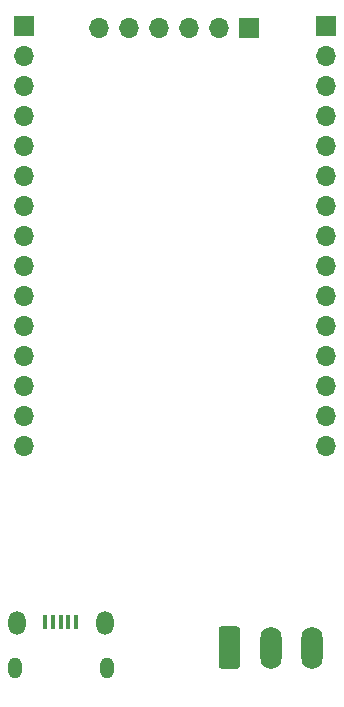
<source format=gbr>
%TF.GenerationSoftware,KiCad,Pcbnew,(5.1.9)-1*%
%TF.CreationDate,2021-02-10T21:10:38+00:00*%
%TF.ProjectId,SD_FSEQ,53445f46-5345-4512-9e6b-696361645f70,rev?*%
%TF.SameCoordinates,Original*%
%TF.FileFunction,Soldermask,Top*%
%TF.FilePolarity,Negative*%
%FSLAX46Y46*%
G04 Gerber Fmt 4.6, Leading zero omitted, Abs format (unit mm)*
G04 Created by KiCad (PCBNEW (5.1.9)-1) date 2021-02-10 21:10:38*
%MOMM*%
%LPD*%
G01*
G04 APERTURE LIST*
%ADD10O,1.150000X1.800000*%
%ADD11O,1.450000X2.000000*%
%ADD12R,0.450000X1.300000*%
%ADD13O,1.800000X3.600000*%
%ADD14O,1.700000X1.700000*%
%ADD15R,1.700000X1.700000*%
G04 APERTURE END LIST*
D10*
%TO.C,J3*%
X123255000Y-105310000D03*
X115505000Y-105310000D03*
D11*
X123105000Y-101510000D03*
X115655000Y-101510000D03*
D12*
X120680000Y-101460000D03*
X120030000Y-101460000D03*
X119380000Y-101460000D03*
X118730000Y-101460000D03*
X118080000Y-101460000D03*
%TD*%
D13*
%TO.C,J5*%
X140650000Y-103590000D03*
X137150000Y-103590000D03*
G36*
G01*
X132750000Y-105140000D02*
X132750000Y-102040000D01*
G75*
G02*
X133000000Y-101790000I250000J0D01*
G01*
X134300000Y-101790000D01*
G75*
G02*
X134550000Y-102040000I0J-250000D01*
G01*
X134550000Y-105140000D01*
G75*
G02*
X134300000Y-105390000I-250000J0D01*
G01*
X133000000Y-105390000D01*
G75*
G02*
X132750000Y-105140000I0J250000D01*
G01*
G37*
%TD*%
D14*
%TO.C,J4*%
X141850000Y-86560000D03*
X141850000Y-84020000D03*
X141850000Y-81480000D03*
X141850000Y-78940000D03*
X141850000Y-76400000D03*
X141850000Y-73860000D03*
X141850000Y-71320000D03*
X141850000Y-68780000D03*
X141850000Y-66240000D03*
X141850000Y-63700000D03*
X141850000Y-61160000D03*
X141850000Y-58620000D03*
X141850000Y-56080000D03*
X141850000Y-53540000D03*
D15*
X141850000Y-51000000D03*
%TD*%
D14*
%TO.C,J2*%
X122650000Y-51160000D03*
X125190000Y-51160000D03*
X127730000Y-51160000D03*
X130270000Y-51160000D03*
X132810000Y-51160000D03*
D15*
X135350000Y-51160000D03*
%TD*%
D14*
%TO.C,J1*%
X116250000Y-86560000D03*
X116250000Y-84020000D03*
X116250000Y-81480000D03*
X116250000Y-78940000D03*
X116250000Y-76400000D03*
X116250000Y-73860000D03*
X116250000Y-71320000D03*
X116250000Y-68780000D03*
X116250000Y-66240000D03*
X116250000Y-63700000D03*
X116250000Y-61160000D03*
X116250000Y-58620000D03*
X116250000Y-56080000D03*
X116250000Y-53540000D03*
D15*
X116250000Y-51000000D03*
%TD*%
M02*

</source>
